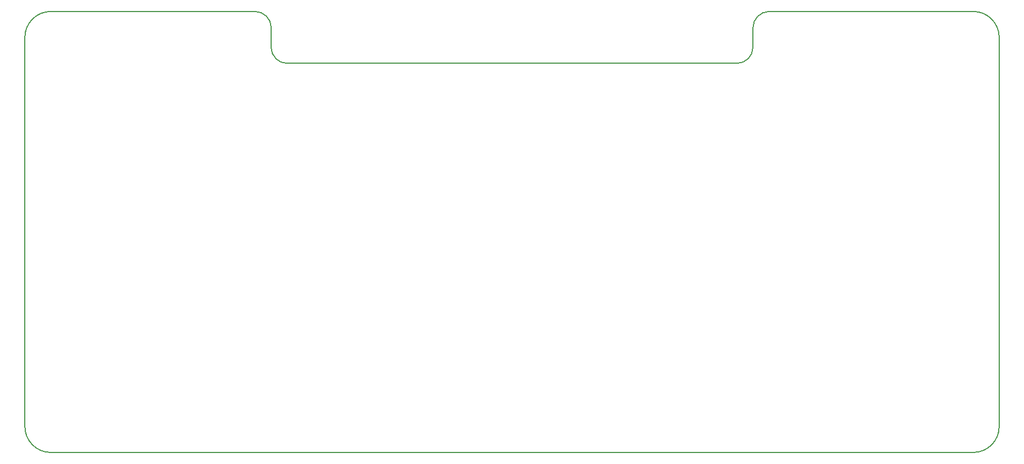
<source format=gm1>
G04 #@! TF.GenerationSoftware,KiCad,Pcbnew,7.0.1-3b83917a11~172~ubuntu22.04.1*
G04 #@! TF.CreationDate,2023-04-04T19:30:22-06:00*
G04 #@! TF.ProjectId,controller,636f6e74-726f-46c6-9c65-722e6b696361,rev?*
G04 #@! TF.SameCoordinates,Original*
G04 #@! TF.FileFunction,Profile,NP*
%FSLAX46Y46*%
G04 Gerber Fmt 4.6, Leading zero omitted, Abs format (unit mm)*
G04 Created by KiCad (PCBNEW 7.0.1-3b83917a11~172~ubuntu22.04.1) date 2023-04-04 19:30:22*
%MOMM*%
%LPD*%
G01*
G04 APERTURE LIST*
G04 #@! TA.AperFunction,Profile*
%ADD10C,0.150000*%
G04 #@! TD*
G04 APERTURE END LIST*
D10*
X30400000Y-93600000D02*
X30400000Y-153600000D01*
X34400000Y-157600000D02*
X176400000Y-157600000D01*
X180400000Y-153600000D02*
X180400000Y-93600000D01*
X142500000Y-92100000D02*
X142500000Y-95100000D01*
X145000000Y-89600000D02*
G75*
G03*
X142500000Y-92100000I0J-2500000D01*
G01*
X68332200Y-92100000D02*
G75*
G03*
X65832233Y-89600000I-2500000J0D01*
G01*
X68332233Y-92100000D02*
X68300002Y-95100000D01*
X145000000Y-89600000D02*
X176400000Y-89600000D01*
X34400000Y-89600000D02*
G75*
G03*
X30400000Y-93600000I0J-4000000D01*
G01*
X140000000Y-97600000D02*
G75*
G03*
X142500000Y-95100000I0J2500000D01*
G01*
X176400000Y-157600000D02*
G75*
G03*
X180400000Y-153600000I0J4000000D01*
G01*
X68300000Y-95100000D02*
G75*
G03*
X70800000Y-97600000I2500000J0D01*
G01*
X30400000Y-153600000D02*
G75*
G03*
X34400000Y-157600000I4000000J0D01*
G01*
X180400000Y-93600000D02*
G75*
G03*
X176400000Y-89600000I-4000000J0D01*
G01*
X140000000Y-97600000D02*
X70800000Y-97600000D01*
X34400000Y-89600000D02*
X65832233Y-89600000D01*
M02*

</source>
